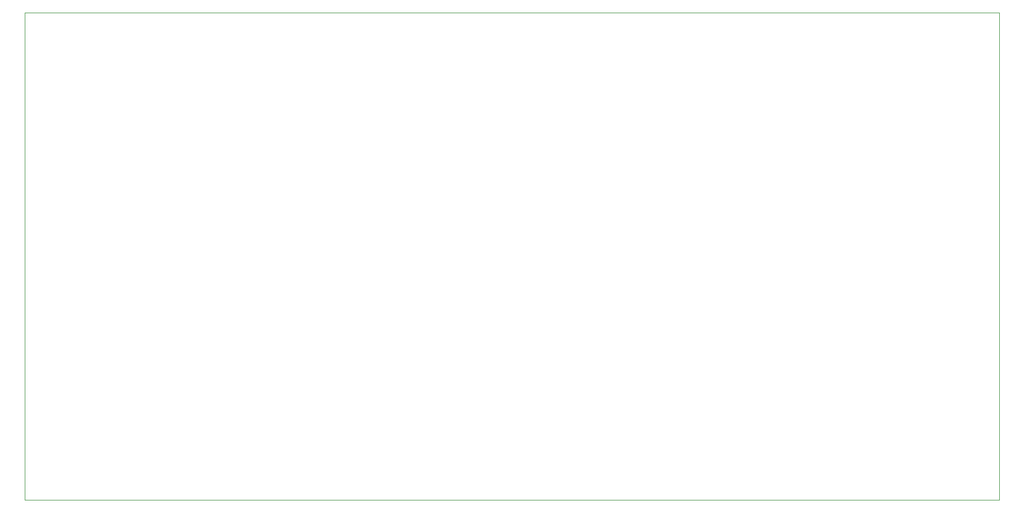
<source format=gm1>
G04 #@! TF.GenerationSoftware,KiCad,Pcbnew,8.0.3*
G04 #@! TF.CreationDate,2024-07-01T22:09:14+02:00*
G04 #@! TF.ProjectId,VFO na esp32,56464f20-6e61-4206-9573-7033322e6b69,rev?*
G04 #@! TF.SameCoordinates,Original*
G04 #@! TF.FileFunction,Profile,NP*
%FSLAX46Y46*%
G04 Gerber Fmt 4.6, Leading zero omitted, Abs format (unit mm)*
G04 Created by KiCad (PCBNEW 8.0.3) date 2024-07-01 22:09:14*
%MOMM*%
%LPD*%
G01*
G04 APERTURE LIST*
G04 #@! TA.AperFunction,Profile*
%ADD10C,0.050000*%
G04 #@! TD*
G04 APERTURE END LIST*
D10*
X95900000Y-60300000D02*
X245900000Y-60300000D01*
X245900000Y-135300000D01*
X95900000Y-135300000D01*
X95900000Y-60300000D01*
M02*

</source>
